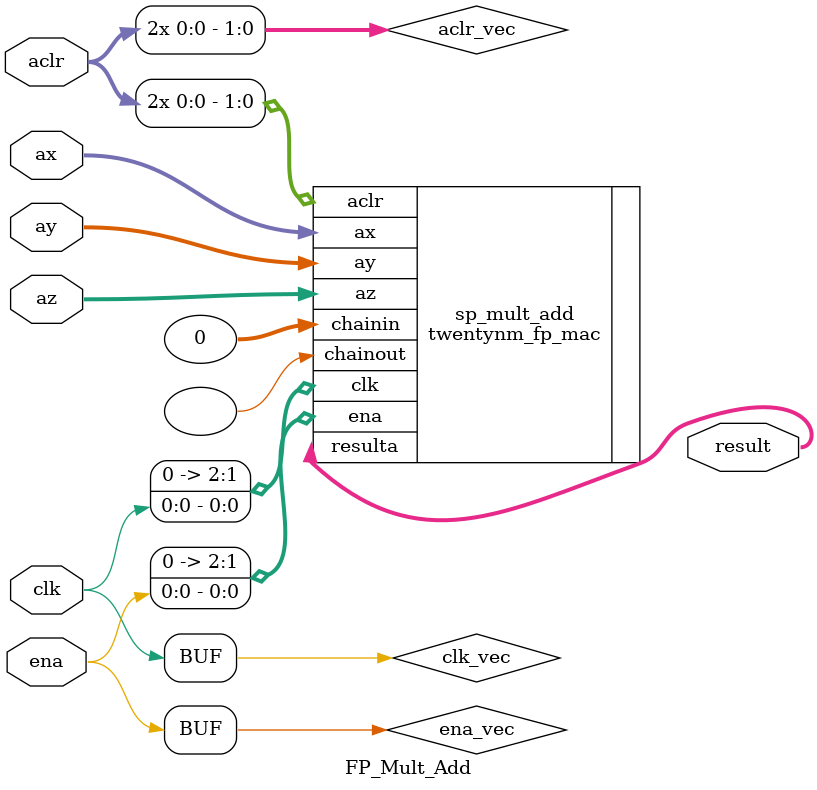
<source format=v>
module FP_Mult_Add(
    input  wire                          clk,
    input  wire                          ena,
    input  wire		                    aclr,
    input  wire [31:0]                   ax,
    input  wire [31:0]                   ay,
    input  wire [31:0]                   az,
    output wire [31:0]                   result

	);
    wire [1-1:0] clk_vec;
    wire [1-1:0] ena_vec;
	wire [1:0]                   aclr_vec;
    assign clk_vec[0] = clk;
    assign ena_vec[0] = ena;
	assign aclr_vec[1] = aclr;
    assign aclr_vec[0] = aclr;

twentynm_fp_mac  #(
    .ax_clock("0"),
    .ay_clock("0"),
    .az_clock("0"),
    .output_clock("0"),
    .accumulate_clock("NONE"),
    .ax_chainin_pl_clock("0"),
    .accum_pipeline_clock("NONE"),
    .mult_pipeline_clock("0"),
    .adder_input_clock("0"),
    .accum_adder_clock("NONE"),
    .use_chainin("false"),
    .operation_mode("sp_mult_add"),
    .adder_subtract("false")
) sp_mult_add (
    .clk({1'b0,1'b0,clk_vec[0]}),
    .ena({1'b0,1'b0,ena_vec[0]}),
    .aclr(aclr_vec),
    .ax(ax),
    .ay(ay),
    .az(az),

    .chainin(32'b0),
    .resulta(result),
    .chainout()
);
endmodule
</source>
